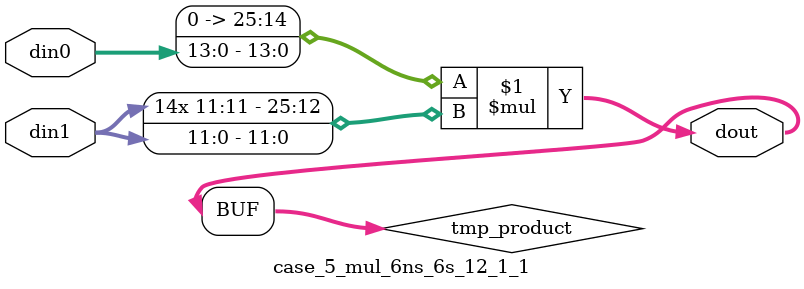
<source format=v>

`timescale 1 ns / 1 ps

 (* use_dsp = "no" *)  module case_5_mul_6ns_6s_12_1_1(din0, din1, dout);
parameter ID = 1;
parameter NUM_STAGE = 0;
parameter din0_WIDTH = 14;
parameter din1_WIDTH = 12;
parameter dout_WIDTH = 26;

input [din0_WIDTH - 1 : 0] din0; 
input [din1_WIDTH - 1 : 0] din1; 
output [dout_WIDTH - 1 : 0] dout;

wire signed [dout_WIDTH - 1 : 0] tmp_product;

























assign tmp_product = $signed({1'b0, din0}) * $signed(din1);










assign dout = tmp_product;





















endmodule

</source>
